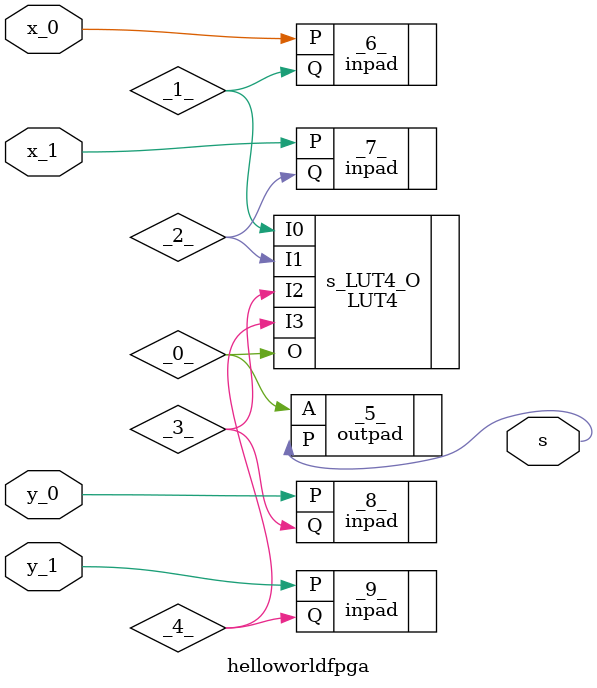
<source format=v>
/* Generated by Yosys 0.9+2406 (git sha1 ca763e6d5, gcc 10.2.1-6 -fPIC -Os) */

(* top =  1  *)
(* src = "/storage/self/primary/Download/Internship/FWC-1/digital-design/vaman/fpga/setup/codes/input2/helloworldfpga.v:1.1-5.10" *)
module helloworldfpga(x_1, x_0, y_1, y_0, s);
  wire _0_;
  wire _1_;
  wire _2_;
  wire _3_;
  wire _4_;
  (* src = "/storage/self/primary/Download/Internship/FWC-1/digital-design/vaman/fpga/setup/codes/input2/helloworldfpga.v:1.98-1.99" *)
  output s;
  (* src = "/storage/self/primary/Download/Internship/FWC-1/digital-design/vaman/fpga/setup/codes/input2/helloworldfpga.v:1.50-1.53" *)
  input x_0;
  (* src = "/storage/self/primary/Download/Internship/FWC-1/digital-design/vaman/fpga/setup/codes/input2/helloworldfpga.v:1.34-1.37" *)
  input x_1;
  (* src = "/storage/self/primary/Download/Internship/FWC-1/digital-design/vaman/fpga/setup/codes/input2/helloworldfpga.v:1.81-1.84" *)
  input y_0;
  (* src = "/storage/self/primary/Download/Internship/FWC-1/digital-design/vaman/fpga/setup/codes/input2/helloworldfpga.v:1.66-1.69" *)
  input y_1;
  (* keep = 32'd1 *)
  outpad #(
    .IO_LOC("X12Y3"),
    .IO_PAD("3"),
    .IO_TYPE("BIDIR")
  ) _5_ (
    .A(_0_),
    .P(s)
  );
  (* keep = 32'd1 *)
  inpad #(
    .IO_LOC("X8Y3"),
    .IO_PAD("6"),
    .IO_TYPE("BIDIR")
  ) _6_ (
    .P(x_0),
    .Q(_1_)
  );
  (* keep = 32'd1 *)
  inpad #(
    .IO_LOC("X6Y3"),
    .IO_PAD("5"),
    .IO_TYPE("BIDIR")
  ) _7_ (
    .P(x_1),
    .Q(_2_)
  );
  (* keep = 32'd1 *)
  inpad #(
    .IO_LOC("X4Y3"),
    .IO_PAD("4"),
    .IO_TYPE("BIDIR")
  ) _8_ (
    .P(y_0),
    .Q(_3_)
  );
  (* keep = 32'd1 *)
  inpad #(
    .IO_LOC("X10Y3"),
    .IO_PAD("2"),
    .IO_TYPE("BIDIR")
  ) _9_ (
    .P(y_1),
    .Q(_4_)
  );
  (* module_not_derived = 32'd1 *)
  (* src = "/bin/../share/yosys/quicklogic/pp3_lut_map.v:40.63-40.132" *)
  LUT4 #(
    .EQN("(I0*~I1*~I2*~I3)+(~I0*I1*~I2*~I3)+(I0*I1*~I2*~I3)+(~I0*I1*I2*~I3)+(I0*I1*I2*~I3)+(I0*I1*~I2*I3)"),
    .INIT(16'h08ce)
  ) s_LUT4_O (
    .I0(_1_),
    .I1(_2_),
    .I2(_3_),
    .I3(_4_),
    .O(_0_)
  );
endmodule

</source>
